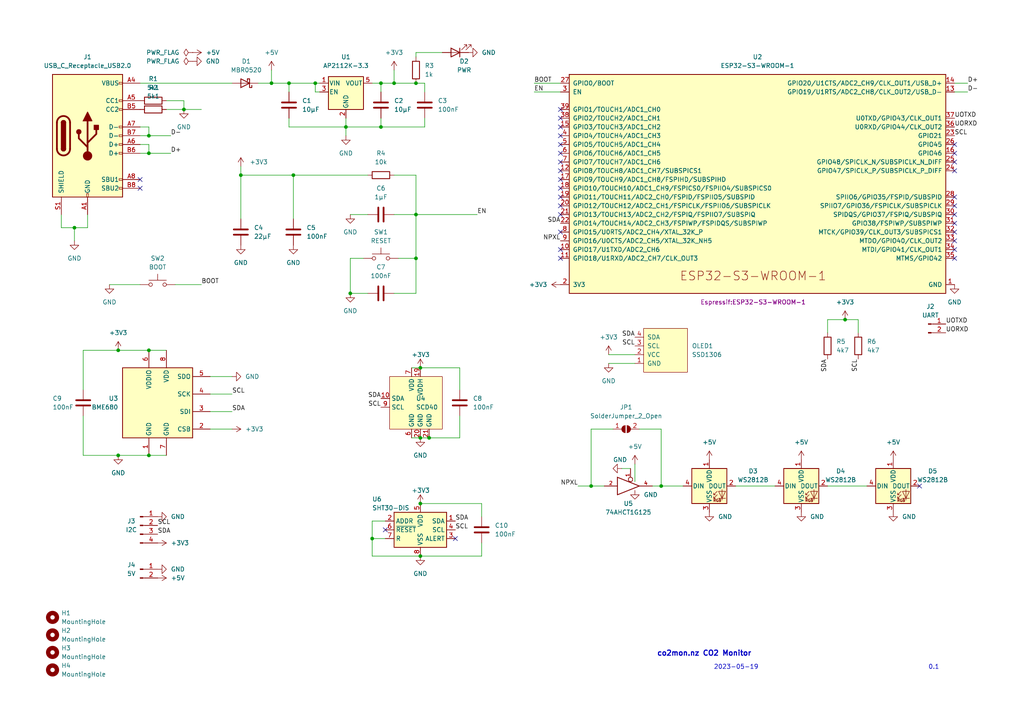
<source format=kicad_sch>
(kicad_sch (version 20211123) (generator eeschema)
  (paper "A4")
  (lib_symbols
    (symbol "74xGxx:74AHCT1G125" (pin_names (offset 1.016))
      (property "Reference" "U" (at -2.54 3.81 0))
      (property "Value" "74AHCT1G125" (at 0 -3.81 0))
      (symbol "74AHCT1G125_0_1"
        (polyline (pts (xy -3.81 2.54) (xy -3.81 -2.54) (xy 2.54 0) (xy -3.81 2.54)) (stroke (width 0.254)))
      )
      (symbol "74AHCT1G125_1_1"
        (pin input inverted (at 0 5.08 270) (length 3.81) (name "~") (number "1"))
        (pin input line (at -7.62 0 0) (length 3.81) (name "~") (number "2"))
        (pin power_in line (at 1.27 -1.27 270) (length 0) hide (name "GND") (number "3"))
        (pin tri_state line (at 6.35 0 180) (length 3.81) (name "~") (number "4"))
        (pin power_in line (at 1.27 1.27 90) (length 0) hide (name "VCC") (number "5"))
      )
    )
    (symbol "Connector:Conn_01x02_Male" (pin_names (offset 1.016) hide)
      (property "Reference" "J" (at 0 2.54 0))
      (property "Value" "Conn_01x02_Male" (at 0 -5.08 0))
      (symbol "Conn_01x02_Male_1_1"
        (polyline (pts (xy 1.27 -2.54) (xy 0.8636 -2.54)) (stroke (width 0.1524)))
        (polyline (pts (xy 1.27 0) (xy 0.8636 0)) (stroke (width 0.1524)))
        (rectangle (start 0.8636 -2.413) (end 0 -2.667) (stroke (width 0.1524)) (fill (type outline)))
        (rectangle (start 0.8636 0.127) (end 0 -0.127) (stroke (width 0.1524)) (fill (type outline)))
        (pin passive line (at 5.08 0 180) (length 3.81) (name "Pin_1") (number "1"))
        (pin passive line (at 5.08 -2.54 180) (length 3.81) (name "Pin_2") (number "2"))
      )
    )
    (symbol "Connector:Conn_01x04_Male" (pin_names (offset 1.016) hide)
      (property "Reference" "J" (at 0 5.08 0))
      (property "Value" "Conn_01x04_Male" (at 0 -7.62 0))
      (symbol "Conn_01x04_Male_1_1"
        (polyline (pts (xy 1.27 -5.08) (xy 0.8636 -5.08)) (stroke (width 0.1524)))
        (polyline (pts (xy 1.27 -2.54) (xy 0.8636 -2.54)) (stroke (width 0.1524)))
        (polyline (pts (xy 1.27 0) (xy 0.8636 0)) (stroke (width 0.1524)))
        (polyline (pts (xy 1.27 2.54) (xy 0.8636 2.54)) (stroke (width 0.1524)))
        (rectangle (start 0.8636 -4.953) (end 0 -5.207) (stroke (width 0.1524)) (fill (type outline)))
        (rectangle (start 0.8636 -2.413) (end 0 -2.667) (stroke (width 0.1524)) (fill (type outline)))
        (rectangle (start 0.8636 0.127) (end 0 -0.127) (stroke (width 0.1524)) (fill (type outline)))
        (rectangle (start 0.8636 2.667) (end 0 2.413) (stroke (width 0.1524)) (fill (type outline)))
        (pin passive line (at 5.08 2.54 180) (length 3.81) (name "Pin_1") (number "1"))
        (pin passive line (at 5.08 0 180) (length 3.81) (name "Pin_2") (number "2"))
        (pin passive line (at 5.08 -2.54 180) (length 3.81) (name "Pin_3") (number "3"))
        (pin passive line (at 5.08 -5.08 180) (length 3.81) (name "Pin_4") (number "4"))
      )
    )
    (symbol "Connector:USB_C_Receptacle_USB2.0" (pin_names (offset 1.016))
      (property "Reference" "J" (at -10.16 19.05 0))
      (property "Value" "USB_C_Receptacle_USB2.0" (at 19.05 19.05 0))
      (symbol "USB_C_Receptacle_USB2.0_0_0"
        (rectangle (start -0.254 -17.78) (end 0.254 -16.764))
        (rectangle (start 10.16 -14.986) (end 9.144 -15.494))
        (rectangle (start 10.16 -12.446) (end 9.144 -12.954))
        (rectangle (start 10.16 -4.826) (end 9.144 -5.334))
        (rectangle (start 10.16 -2.286) (end 9.144 -2.794))
        (rectangle (start 10.16 0.254) (end 9.144 -0.254))
        (rectangle (start 10.16 2.794) (end 9.144 2.286))
        (rectangle (start 10.16 7.874) (end 9.144 7.366))
        (rectangle (start 10.16 10.414) (end 9.144 9.906))
        (rectangle (start 10.16 15.494) (end 9.144 14.986))
      )
      (symbol "USB_C_Receptacle_USB2.0_0_1"
        (rectangle (start -10.16 17.78) (end 10.16 -17.78) (stroke (width 0.254)) (fill (type background)))
        (arc (start -8.89 -3.81) (mid -6.985 -5.715) (end -5.08 -3.81) (stroke (width 0.508)))
        (arc (start -7.62 -3.81) (mid -6.985 -4.445) (end -6.35 -3.81) (stroke (width 0.254)))
        (arc (start -7.62 -3.81) (mid -6.985 -4.445) (end -6.35 -3.81) (stroke (width 0.254)) (fill (type outline)))
        (rectangle (start -7.62 -3.81) (end -6.35 3.81) (stroke (width 0.254)) (fill (type outline)))
        (arc (start -6.35 3.81) (mid -6.985 4.445) (end -7.62 3.81) (stroke (width 0.254)))
        (arc (start -6.35 3.81) (mid -6.985 4.445) (end -7.62 3.81) (stroke (width 0.254)) (fill (type outline)))
        (arc (start -5.08 3.81) (mid -6.985 5.715) (end -8.89 3.81) (stroke (width 0.508)))
        (circle (center -2.54 1.143) (radius 0.635) (stroke (width 0.254)) (fill (type outline)))
        (circle (center 0 -5.842) (radius 1.27) (fill (type outline)))
        (polyline (pts (xy -8.89 -3.81) (xy -8.89 3.81)) (stroke (width 0.508)))
        (polyline (pts (xy -5.08 3.81) (xy -5.08 -3.81)) (stroke (width 0.508)))
        (polyline (pts (xy 0 -5.842) (xy 0 4.318)) (stroke (width 0.508)))
        (polyline (pts (xy 0 -3.302) (xy -2.54 -0.762) (xy -2.54 0.508)) (stroke (width 0.508)))
        (polyline (pts (xy 0 -2.032) (xy 2.54 0.508) (xy 2.54 1.778)) (stroke (width 0.508)))
        (polyline (pts (xy -1.27 4.318) (xy 0 6.858) (xy 1.27 4.318) (xy -1.27 4.318)) (stroke (width 0.254)) (fill (type outline)))
        (rectangle (start 1.905 1.778) (end 3.175 3.048) (stroke (width 0.254)) (fill (type outline)))
      )
      (symbol "USB_C_Receptacle_USB2.0_1_1"
        (pin passive line (at 0 -22.86 90) (length 5.08) (name "GND") (number "A1"))
        (pin passive line (at 0 -22.86 90) (length 5.08) hide (name "GND") (number "A12"))
        (pin passive line (at 15.24 15.24 180) (length 5.08) (name "VBUS") (number "A4"))
        (pin bidirectional line (at 15.24 10.16 180) (length 5.08) (name "CC1") (number "A5"))
        (pin bidirectional line (at 15.24 -2.54 180) (length 5.08) (name "D+") (number "A6"))
        (pin bidirectional line (at 15.24 2.54 180) (length 5.08) (name "D-") (number "A7"))
        (pin bidirectional line (at 15.24 -12.7 180) (length 5.08) (name "SBU1") (number "A8"))
        (pin passive line (at 15.24 15.24 180) (length 5.08) hide (name "VBUS") (number "A9"))
        (pin passive line (at 0 -22.86 90) (length 5.08) hide (name "GND") (number "B1"))
        (pin passive line (at 0 -22.86 90) (length 5.08) hide (name "GND") (number "B12"))
        (pin passive line (at 15.24 15.24 180) (length 5.08) hide (name "VBUS") (number "B4"))
        (pin bidirectional line (at 15.24 7.62 180) (length 5.08) (name "CC2") (number "B5"))
        (pin bidirectional line (at 15.24 -5.08 180) (length 5.08) (name "D+") (number "B6"))
        (pin bidirectional line (at 15.24 0 180) (length 5.08) (name "D-") (number "B7"))
        (pin bidirectional line (at 15.24 -15.24 180) (length 5.08) (name "SBU2") (number "B8"))
        (pin passive line (at 15.24 15.24 180) (length 5.08) hide (name "VBUS") (number "B9"))
        (pin passive line (at -7.62 -22.86 90) (length 5.08) (name "SHIELD") (number "S1"))
      )
    )
    (symbol "Device:C" (pin_numbers hide) (pin_names (offset 0.254))
      (property "Reference" "C" (at 0.635 2.54 0))
      (property "Value" "C" (at 0.635 -2.54 0))
      (symbol "C_0_1"
        (polyline (pts (xy -2.032 -0.762) (xy 2.032 -0.762)) (stroke (width 0.508)))
        (polyline (pts (xy -2.032 0.762) (xy 2.032 0.762)) (stroke (width 0.508)))
      )
      (symbol "C_1_1"
        (pin passive line (at 0 3.81 270) (length 2.794) (name "~") (number "1"))
        (pin passive line (at 0 -3.81 90) (length 2.794) (name "~") (number "2"))
      )
    )
    (symbol "Device:LED" (pin_numbers hide) (pin_names (offset 1.016) hide)
      (property "Reference" "D" (at 0 2.54 0))
      (property "Value" "LED" (at 0 -2.54 0))
      (symbol "LED_0_1"
        (polyline (pts (xy -1.27 -1.27) (xy -1.27 1.27)) (stroke (width 0.254)))
        (polyline (pts (xy -1.27 0) (xy 1.27 0)))
        (polyline (pts (xy 1.27 -1.27) (xy 1.27 1.27) (xy -1.27 0) (xy 1.27 -1.27)) (stroke (width 0.254)))
        (polyline (pts (xy -3.048 -0.762) (xy -4.572 -2.286) (xy -3.81 -2.286) (xy -4.572 -2.286) (xy -4.572 -1.524)))
        (polyline (pts (xy -1.778 -0.762) (xy -3.302 -2.286) (xy -2.54 -2.286) (xy -3.302 -2.286) (xy -3.302 -1.524)))
      )
      (symbol "LED_1_1"
        (pin passive line (at -3.81 0 0) (length 2.54) (name "K") (number "1"))
        (pin passive line (at 3.81 0 180) (length 2.54) (name "A") (number "2"))
      )
    )
    (symbol "Device:R" (pin_numbers hide) (pin_names (offset 0))
      (property "Reference" "R" (at 2.032 0 90))
      (property "Value" "R" (at 0 0 90))
      (symbol "R_0_1"
        (rectangle (start -1.016 -2.54) (end 1.016 2.54) (stroke (width 0.254)))
      )
      (symbol "R_1_1"
        (pin passive line (at 0 3.81 270) (length 1.27) (name "~") (number "1"))
        (pin passive line (at 0 -3.81 90) (length 1.27) (name "~") (number "2"))
      )
    )
    (symbol "Diode:MBR0520" (pin_numbers hide) (pin_names (offset 1.016) hide)
      (property "Reference" "D" (at 0 2.54 0))
      (property "Value" "MBR0520" (at 0 -2.54 0))
      (symbol "MBR0520_0_1"
        (polyline (pts (xy 1.27 0) (xy -1.27 0)))
        (polyline (pts (xy 1.27 1.27) (xy 1.27 -1.27) (xy -1.27 0) (xy 1.27 1.27)) (stroke (width 0.254)))
        (polyline (pts (xy -1.905 0.635) (xy -1.905 1.27) (xy -1.27 1.27) (xy -1.27 -1.27) (xy -0.635 -1.27) (xy -0.635 -0.635)) (stroke (width 0.254)))
      )
      (symbol "MBR0520_1_1"
        (pin passive line (at -3.81 0 0) (length 2.54) (name "K") (number "1"))
        (pin passive line (at 3.81 0 180) (length 2.54) (name "A") (number "2"))
      )
    )
    (symbol "Espressif:ESP32-S3-WROOM-1" (pin_names (offset 1.016))
      (property "Reference" "U" (at -53.34 38.1 0))
      (property "Value" "ESP32-S3-WROOM-1" (at -53.34 35.56 0))
      (symbol "ESP32-S3-WROOM-1_0_0"
        (rectangle (start -53.34 33.02) (end 55.88 -30.48) (stroke (width 0.254)) (fill (type background)))
        (text "ESP32-S3-WROOM-1" (at 0 -25.4 0) (effects (font (size 2.54 2.54))))
        (pin power_in line (at 58.42 -27.94 180) (length 2.54) (name "GND") (number "1"))
        (pin bidirectional line (at -55.88 -17.78 0) (length 2.54) (name "GPIO17/U1TXD/ADC2_CH6") (number "10"))
        (pin bidirectional line (at -55.88 -20.32 0) (length 2.54) (name "GPIO18/U1RXD/ADC2_CH7/CLK_OUT3") (number "11"))
        (pin bidirectional line (at -55.88 5.08 0) (length 2.54) (name "GPIO8/TOUCH8/ADC1_CH7/SUBSPICS1") (number "12"))
        (pin bidirectional line (at 58.42 27.94 180) (length 2.54) (name "GPIO19/U1RTS/ADC2_CH8/CLK_OUT2/USB_D-") (number "13"))
        (pin bidirectional line (at 58.42 30.48 180) (length 2.54) (name "GPIO20/U1CTS/ADC2_CH9/CLK_OUT1/USB_D+") (number "14"))
        (pin bidirectional line (at -55.88 17.78 0) (length 2.54) (name "GPIO3/TOUCH3/ADC1_CH2") (number "15"))
        (pin bidirectional line (at 58.42 10.16 180) (length 2.54) (name "GPIO46") (number "16"))
        (pin bidirectional line (at -55.88 2.54 0) (length 2.54) (name "GPIO9/TOUCH9/ADC1_CH8/FSPIHD/SUBSPIHD") (number "17"))
        (pin bidirectional line (at -55.88 0 0) (length 2.54) (name "GPIO10/TOUCH10/ADC1_CH9/FSPICS0/FSPIIO4/SUBSPICS0") (number "18"))
        (pin bidirectional line (at -55.88 -2.54 0) (length 2.54) (name "GPIO11/TOUCH11/ADC2_CH0/FSPID/FSPIIO5/SUBSPID") (number "19"))
        (pin power_in line (at -55.88 -27.94 0) (length 2.54) (name "3V3") (number "2"))
        (pin bidirectional line (at -55.88 -5.08 0) (length 2.54) (name "GPIO12/TOUCH12/ADC2_CH1/FSPICLK/FSPIIO6/SUBSPICLK") (number "20"))
        (pin bidirectional line (at -55.88 -7.62 0) (length 2.54) (name "GPIO13/TOUCH13/ADC2_CH2/FSPIQ/FSPIIO7/SUBSPIQ") (number "21"))
        (pin bidirectional line (at -55.88 -10.16 0) (length 2.54) (name "GPIO14/TOUCH14/ADC2_CH3/FSPIWP/FSPIDQS/SUBSPIWP") (number "22"))
        (pin bidirectional line (at 58.42 15.24 180) (length 2.54) (name "GPIO21") (number "23"))
        (pin bidirectional line (at 58.42 5.08 180) (length 2.54) (name "GPIO47/SPICLK_P/SUBSPICLK_P_DIFF") (number "24"))
        (pin bidirectional line (at 58.42 7.62 180) (length 2.54) (name "GPIO48/SPICLK_N/SUBSPICLK_N_DIFF") (number "25"))
        (pin bidirectional line (at 58.42 12.7 180) (length 2.54) (name "GPIO45") (number "26"))
        (pin bidirectional line (at -55.88 30.48 0) (length 2.54) (name "GPIO0/BOOT") (number "27"))
        (pin bidirectional line (at 58.42 -2.54 180) (length 2.54) (name "SPIIO6/GPIO35/FSPID/SUBSPID") (number "28"))
        (pin bidirectional line (at 58.42 -5.08 180) (length 2.54) (name "SPIIO7/GPIO36/FSPICLK/SUBSPICLK") (number "29"))
        (pin input line (at -55.88 27.94 0) (length 2.54) (name "EN") (number "3"))
        (pin bidirectional line (at 58.42 -7.62 180) (length 2.54) (name "SPIDQS/GPIO37/FSPIQ/SUBSPIQ") (number "30"))
        (pin bidirectional line (at 58.42 -10.16 180) (length 2.54) (name "GPIO38/FSPIWP/SUBSPIWP") (number "31"))
        (pin bidirectional line (at 58.42 -12.7 180) (length 2.54) (name "MTCK/GPIO39/CLK_OUT3/SUBSPICS1") (number "32"))
        (pin bidirectional line (at 58.42 -15.24 180) (length 2.54) (name "MTDO/GPIO40/CLK_OUT2") (number "33"))
        (pin bidirectional line (at 58.42 -17.78 180) (length 2.54) (name "MTDI/GPIO41/CLK_OUT1") (number "34"))
        (pin bidirectional line (at 58.42 -20.32 180) (length 2.54) (name "MTMS/GPIO42") (number "35"))
        (pin bidirectional line (at 58.42 17.78 180) (length 2.54) (name "U0RXD/GPIO44/CLK_OUT2") (number "36"))
        (pin bidirectional line (at 58.42 20.32 180) (length 2.54) (name "U0TXD/GPIO43/CLK_OUT1") (number "37"))
        (pin bidirectional line (at -55.88 20.32 0) (length 2.54) (name "GPIO2/TOUCH2/ADC1_CH1") (number "38"))
        (pin bidirectional line (at -55.88 22.86 0) (length 2.54) (name "GPIO1/TOUCH1/ADC1_CH0") (number "39"))
        (pin bidirectional line (at -55.88 15.24 0) (length 2.54) (name "GPIO4/TOUCH4/ADC1_CH3") (number "4"))
        (pin passive line (at 58.42 -27.94 180) (length 2.54) hide (name "GND") (number "40"))
        (pin passive line (at 58.42 -27.94 180) (length 2.54) hide (name "GND") (number "41"))
        (pin bidirectional line (at -55.88 12.7 0) (length 2.54) (name "GPIO5/TOUCH5/ADC1_CH4") (number "5"))
        (pin bidirectional line (at -55.88 10.16 0) (length 2.54) (name "GPIO6/TOUCH6/ADC1_CH5") (number "6"))
        (pin bidirectional line (at -55.88 7.62 0) (length 2.54) (name "GPIO7/TOUCH7/ADC1_CH6") (number "7"))
        (pin bidirectional line (at -55.88 -12.7 0) (length 2.54) (name "GPIO15/U0RTS/ADC2_CH4/XTAL_32K_P") (number "8"))
        (pin bidirectional line (at -55.88 -15.24 0) (length 2.54) (name "GPIO16/U0CTS/ADC2_CH5/XTAL_32K_NH5") (number "9"))
      )
    )
    (symbol "Jumper:SolderJumper_2_Open" (pin_names (offset 0) hide)
      (property "Reference" "JP" (at 0 2.032 0))
      (property "Value" "SolderJumper_2_Open" (at 0 -2.54 0))
      (symbol "SolderJumper_2_Open_0_1"
        (arc (start -0.254 1.016) (mid -1.27 0) (end -0.254 -1.016))
        (arc (start -0.254 1.016) (mid -1.27 0) (end -0.254 -1.016) (fill (type outline)))
        (polyline (pts (xy -0.254 1.016) (xy -0.254 -1.016)))
        (polyline (pts (xy 0.254 1.016) (xy 0.254 -1.016)))
        (arc (start 0.254 -1.016) (mid 1.27 0) (end 0.254 1.016))
        (arc (start 0.254 -1.016) (mid 1.27 0) (end 0.254 1.016) (fill (type outline)))
      )
      (symbol "SolderJumper_2_Open_1_1"
        (pin passive line (at -3.81 0 0) (length 2.54) (name "A") (number "1"))
        (pin passive line (at 3.81 0 180) (length 2.54) (name "B") (number "2"))
      )
    )
    (symbol "LED:WS2812B" (pin_names (offset 0.254))
      (property "Reference" "D" (at 5.08 5.715 0))
      (property "Value" "WS2812B" (at 1.27 -5.715 0))
      (symbol "WS2812B_0_0"
        (text "RGB" (at 2.286 -4.191 0) (effects (font (size 0.762 0.762))))
      )
      (symbol "WS2812B_0_1"
        (polyline (pts (xy 1.27 -3.556) (xy 1.778 -3.556)))
        (polyline (pts (xy 1.27 -2.54) (xy 1.778 -2.54)))
        (polyline (pts (xy 4.699 -3.556) (xy 2.667 -3.556)))
        (polyline (pts (xy 2.286 -2.54) (xy 1.27 -3.556) (xy 1.27 -3.048)))
        (polyline (pts (xy 2.286 -1.524) (xy 1.27 -2.54) (xy 1.27 -2.032)))
        (polyline (pts (xy 3.683 -1.016) (xy 3.683 -3.556) (xy 3.683 -4.064)))
        (polyline (pts (xy 4.699 -1.524) (xy 2.667 -1.524) (xy 3.683 -3.556) (xy 4.699 -1.524)))
        (rectangle (start 5.08 5.08) (end -5.08 -5.08) (stroke (width 0.254)) (fill (type background)))
      )
      (symbol "WS2812B_1_1"
        (pin power_in line (at 0 7.62 270) (length 2.54) (name "VDD") (number "1"))
        (pin output line (at 7.62 0 180) (length 2.54) (name "DOUT") (number "2"))
        (pin power_in line (at 0 -7.62 90) (length 2.54) (name "VSS") (number "3"))
        (pin input line (at -7.62 0 0) (length 2.54) (name "DIN") (number "4"))
      )
    )
    (symbol "Mechanical:MountingHole" (pin_names (offset 1.016))
      (property "Reference" "H" (at 0 5.08 0))
      (property "Value" "MountingHole" (at 0 3.175 0))
      (symbol "MountingHole_0_1"
        (circle (center 0 0) (radius 1.27) (stroke (width 1.27)))
      )
    )
    (symbol "Regulator_Linear:AP2112K-3.3" (pin_names (offset 0.254))
      (property "Reference" "U" (at -5.08 5.715 0))
      (property "Value" "AP2112K-3.3" (at 0 5.715 0))
      (symbol "AP2112K-3.3_0_1"
        (rectangle (start -5.08 4.445) (end 5.08 -5.08) (stroke (width 0.254)) (fill (type background)))
      )
      (symbol "AP2112K-3.3_1_1"
        (pin power_in line (at -7.62 2.54 0) (length 2.54) (name "VIN") (number "1"))
        (pin power_in line (at 0 -7.62 90) (length 2.54) (name "GND") (number "2"))
        (pin input line (at -7.62 0 0) (length 2.54) (name "EN") (number "3"))
        (pin no_connect line (at 5.08 0 180) (length 2.54) hide (name "NC") (number "4"))
        (pin power_out line (at 7.62 2.54 180) (length 2.54) (name "VOUT") (number "5"))
      )
    )
    (symbol "SCD:SCD40"
      (property "Reference" "U" (at 0 1.27 0))
      (property "Value" "SCD40" (at 0 -1.27 0))
      (symbol "SCD40_0_1"
        (polyline (pts (xy -7.62 7.62) (xy 7.62 7.62) (xy 7.62 -7.62) (xy -7.62 -7.62) (xy -7.62 7.62)) (fill (type background)))
      )
      (symbol "SCD40_1_1"
        (pin bidirectional line (at -10.16 1.27 0) (length 2.54) (name "SDA") (number "10"))
        (pin power_in line (at 1.27 10.16 270) (length 2.54) (name "VDDH") (number "19"))
        (pin power_in line (at 1.27 -10.16 90) (length 2.54) (name "GND") (number "20"))
        (pin power_in line (at 3.81 -10.16 90) (length 2.54) (name "GND") (number "21"))
        (pin power_in line (at -1.27 -10.16 90) (length 2.54) (name "GND") (number "6"))
        (pin power_in line (at -1.27 10.16 270) (length 2.54) (name "VDD") (number "7"))
        (pin input line (at -10.16 -1.27 0) (length 2.54) (name "SCL") (number "9"))
      )
    )
    (symbol "SSD1306:SSD1306" (pin_names (offset 1.016))
      (property "Reference" "Brd" (at 0 -3.81 0))
      (property "Value" "SSD1306" (at 0 -1.27 0))
      (symbol "SSD1306_0_1"
        (rectangle (start -6.35 6.35) (end 6.35 -6.35) (fill (type background)))
      )
      (symbol "SSD1306_1_1"
        (pin input line (at -3.81 8.89 270) (length 2.54) (name "GND") (number "1"))
        (pin input line (at -1.27 8.89 270) (length 2.54) (name "VCC") (number "2"))
        (pin input line (at 1.27 8.89 270) (length 2.54) (name "SCL") (number "3"))
        (pin input line (at 3.81 8.89 270) (length 2.54) (name "SDA") (number "4"))
      )
    )
    (symbol "Sensor:BME680"
      (property "Reference" "U" (at -8.89 11.43 0))
      (property "Value" "BME680" (at 7.62 11.43 0))
      (symbol "BME680_0_1"
        (rectangle (start -10.16 10.16) (end 10.16 -10.16) (stroke (width 0.254)) (fill (type background)))
      )
      (symbol "BME680_1_1"
        (pin power_in line (at -2.54 -15.24 90) (length 5.08) (name "GND") (number "1"))
        (pin input line (at 15.24 -7.62 180) (length 5.08) (name "CSB") (number "2"))
        (pin bidirectional line (at 15.24 -2.54 180) (length 5.08) (name "SDI") (number "3"))
        (pin input line (at 15.24 2.54 180) (length 5.08) (name "SCK") (number "4"))
        (pin bidirectional line (at 15.24 7.62 180) (length 5.08) (name "SDO") (number "5"))
        (pin power_in line (at -2.54 15.24 270) (length 5.08) (name "VDDIO") (number "6"))
        (pin power_in line (at 2.54 -15.24 90) (length 5.08) (name "GND") (number "7"))
        (pin power_in line (at 2.54 15.24 270) (length 5.08) (name "VDD") (number "8"))
      )
    )
    (symbol "Sensor_Humidity:SHT30-DIS"
      (property "Reference" "U" (at -6.35 6.35 0))
      (property "Value" "SHT30-DIS" (at 6.35 6.35 0))
      (symbol "SHT30-DIS_0_1"
        (rectangle (start -7.62 5.08) (end 7.62 -5.08) (stroke (width 0.254)) (fill (type background)))
      )
      (symbol "SHT30-DIS_1_1"
        (pin bidirectional line (at 10.16 2.54 180) (length 2.54) (name "SDA") (number "1"))
        (pin input line (at -10.16 2.54 0) (length 2.54) (name "ADDR") (number "2"))
        (pin output line (at 10.16 -2.54 180) (length 2.54) (name "ALERT") (number "3"))
        (pin input line (at 10.16 0 180) (length 2.54) (name "SCL") (number "4"))
        (pin power_in line (at 0 7.62 270) (length 2.54) (name "VDD") (number "5"))
        (pin input line (at -10.16 0 0) (length 2.54) (name "~{RESET}") (number "6"))
        (pin passive line (at -10.16 -2.54 0) (length 2.54) (name "R") (number "7"))
        (pin power_in line (at 0 -7.62 90) (length 2.54) (name "VSS") (number "8"))
        (pin passive line (at 0 -7.62 90) (length 2.54) hide (name "VSS") (number "9"))
      )
    )
    (symbol "Switch:SW_Push" (pin_numbers hide) (pin_names (offset 1.016) hide)
      (property "Reference" "SW" (at 1.27 2.54 0))
      (property "Value" "SW_Push" (at 0 -1.524 0))
      (symbol "SW_Push_0_1"
        (circle (center -2.032 0) (radius 0.508))
        (polyline (pts (xy 0 1.27) (xy 0 3.048)))
        (polyline (pts (xy 2.54 1.27) (xy -2.54 1.27)))
        (circle (center 2.032 0) (radius 0.508))
        (pin passive line (at -5.08 0 0) (length 2.54) (name "1") (number "1"))
        (pin passive line (at 5.08 0 180) (length 2.54) (name "2") (number "2"))
      )
    )
    (symbol "power:+3.3V" (power) (pin_names (offset 0))
      (property "Value" "+3.3V" (at 0 3.556 0))
      (symbol "+3.3V_0_1"
        (polyline (pts (xy -0.762 1.27) (xy 0 2.54)))
        (polyline (pts (xy 0 0) (xy 0 2.54)))
        (polyline (pts (xy 0 2.54) (xy 0.762 1.27)))
      )
      (symbol "+3.3V_1_1"
        (pin power_in line (at 0 0 90) (length 0) hide (name "+3V3") (number "1"))
      )
    )
    (symbol "power:+3V3" (power) (pin_names (offset 0))
      (property "Value" "+3V3" (at 0 3.556 0))
      (symbol "+3V3_0_1"
        (polyline (pts (xy -0.762 1.27) (xy 0 2.54)))
        (polyline (pts (xy 0 0) (xy 0 2.54)))
        (polyline (pts (xy 0 2.54) (xy 0.762 1.27)))
      )
      (symbol "+3V3_1_1"
        (pin power_in line (at 0 0 90) (length 0) hide (name "+3V3") (number "1"))
      )
    )
    (symbol "power:+5V" (power) (pin_names (offset 0))
      (property "Value" "+5V" (at 0 3.556 0))
      (symbol "+5V_0_1"
        (polyline (pts (xy -0.762 1.27) (xy 0 2.54)))
        (polyline (pts (xy 0 0) (xy 0 2.54)))
        (polyline (pts (xy 0 2.54) (xy 0.762 1.27)))
      )
      (symbol "+5V_1_1"
        (pin power_in line (at 0 0 90) (length 0) hide (name "+5V") (number "1"))
      )
    )
    (symbol "power:GND" (power) (pin_names (offset 0))
      (property "Value" "GND" (at 0 -3.81 0))
      (symbol "GND_0_1"
        (polyline (pts (xy 0 0) (xy 0 -1.27) (xy 1.27 -1.27) (xy 0 -2.54) (xy -1.27 -1.27) (xy 0 -1.27)))
      )
      (symbol "GND_1_1"
        (pin power_in line (at 0 0 270) (length 0) hide (name "GND") (number "1"))
      )
    )
    (symbol "power:PWR_FLAG" (power) (pin_numbers hide) (pin_names (offset 0) hide)
      (property "Value" "PWR_FLAG" (at 0 3.81 0))
      (symbol "PWR_FLAG_0_0"
        (pin power_out line (at 0 0 90) (length 0) (name "pwr") (number "1"))
      )
      (symbol "PWR_FLAG_0_1"
        (polyline (pts (xy 0 0) (xy 0 1.27) (xy -1.016 1.905) (xy 0 2.54) (xy 1.016 1.905) (xy 0 1.27)))
      )
    )
  )
  (junction (at 83.82 24.13))
  (junction (at 91.44 24.13))
  (junction (at 53.34 31.75))
  (junction (at 21.59 66.04))
  (junction (at 120.65 74.93))
  (junction (at 124.46 127))
  (junction (at 121.92 127))
  (junction (at 171.45 140.97))
  (junction (at 34.29 132.08))
  (junction (at 43.18 39.37))
  (junction (at 43.18 132.08))
  (junction (at 43.18 44.45))
  (junction (at 100.33 36.83))
  (junction (at 121.92 106.68))
  (junction (at 121.92 146.05))
  (junction (at 34.29 101.6))
  (junction (at 245.11 92.71))
  (junction (at 110.49 36.83))
  (junction (at 101.6 85.09))
  (junction (at 107.95 156.21))
  (junction (at 191.77 140.97))
  (junction (at 43.18 101.6))
  (junction (at 78.74 24.13))
  (junction (at 120.65 62.23))
  (junction (at 120.65 24.13))
  (junction (at 121.92 161.29))
  (junction (at 110.49 24.13))
  (junction (at 114.3 24.13))
  (junction (at 85.09 50.8))
  (junction (at 69.85 50.8))
  (no_connect (at 276.86 59.69))
  (no_connect (at 162.56 67.31))
  (no_connect (at 162.56 44.45))
  (no_connect (at 162.56 52.07))
  (no_connect (at 162.56 62.23))
  (no_connect (at 162.56 41.91))
  (no_connect (at 276.86 72.39))
  (no_connect (at 276.86 41.91))
  (no_connect (at 40.64 52.07))
  (no_connect (at 276.86 74.93))
  (no_connect (at 162.56 34.29))
  (no_connect (at 276.86 69.85))
  (no_connect (at 111.76 153.67))
  (no_connect (at 276.86 44.45))
  (no_connect (at 276.86 49.53))
  (no_connect (at 162.56 36.83))
  (no_connect (at 132.08 156.21))
  (no_connect (at 276.86 46.99))
  (no_connect (at 162.56 74.93))
  (no_connect (at 162.56 39.37))
  (no_connect (at 162.56 57.15))
  (no_connect (at 276.86 62.23))
  (no_connect (at 276.86 64.77))
  (no_connect (at 276.86 67.31))
  (no_connect (at 162.56 59.69))
  (no_connect (at 276.86 57.15))
  (no_connect (at 162.56 31.75))
  (no_connect (at 162.56 49.53))
  (no_connect (at 162.56 72.39))
  (no_connect (at 162.56 54.61))
  (no_connect (at 266.7 140.97))
  (no_connect (at 40.64 54.61))
  (no_connect (at 162.56 46.99))
  (wire (pts (xy 176.53 102.87) (xy 184.15 102.87)))
  (wire (pts (xy 115.57 74.93) (xy 120.65 74.93)))
  (wire (pts (xy 100.33 36.83) (xy 100.33 39.37)))
  (wire (pts (xy 114.3 20.32) (xy 114.3 24.13)))
  (wire (pts (xy 24.13 132.08) (xy 34.29 132.08)))
  (wire (pts (xy 60.96 109.22) (xy 67.31 109.22)))
  (wire (pts (xy 60.96 119.38) (xy 67.31 119.38)))
  (wire (pts (xy 40.64 41.91) (xy 43.18 41.91)))
  (wire (pts (xy 48.26 31.75) (xy 53.34 31.75)))
  (wire (pts (xy 91.44 26.67) (xy 91.44 24.13)))
  (wire (pts (xy 21.59 66.04) (xy 25.4 66.04)))
  (wire (pts (xy 48.26 29.21) (xy 53.34 29.21)))
  (wire (pts (xy 43.18 101.6) (xy 48.26 101.6)))
  (wire (pts (xy 185.42 124.46) (xy 191.77 124.46)))
  (wire (pts (xy 128.27 15.24) (xy 120.65 15.24)))
  (wire (pts (xy 139.7 161.29) (xy 121.92 161.29)))
  (wire (pts (xy 276.86 24.13) (xy 280.67 24.13)))
  (wire (pts (xy 31.75 82.55) (xy 40.64 82.55)))
  (wire (pts (xy 171.45 124.46) (xy 171.45 140.97)))
  (wire (pts (xy 139.7 146.05) (xy 121.92 146.05)))
  (wire (pts (xy 119.38 127) (xy 121.92 127)))
  (wire (pts (xy 24.13 120.65) (xy 24.13 132.08)))
  (wire (pts (xy 184.15 134.62) (xy 184.15 139.7)))
  (wire (pts (xy 110.49 24.13) (xy 107.95 24.13)))
  (wire (pts (xy 114.3 62.23) (xy 120.65 62.23)))
  (wire (pts (xy 189.23 140.97) (xy 191.77 140.97)))
  (wire (pts (xy 17.78 66.04) (xy 21.59 66.04)))
  (wire (pts (xy 133.35 113.03) (xy 133.35 106.68)))
  (wire (pts (xy 17.78 62.23) (xy 17.78 66.04)))
  (wire (pts (xy 25.4 66.04) (xy 25.4 62.23)))
  (wire (pts (xy 191.77 140.97) (xy 198.12 140.97)))
  (wire (pts (xy 78.74 20.32) (xy 78.74 24.13)))
  (wire (pts (xy 154.94 26.67) (xy 162.56 26.67)))
  (wire (pts (xy 60.96 124.46) (xy 67.31 124.46)))
  (wire (pts (xy 53.34 31.75) (xy 58.42 31.75)))
  (wire (pts (xy 106.68 50.8) (xy 85.09 50.8)))
  (wire (pts (xy 74.93 24.13) (xy 78.74 24.13)))
  (wire (pts (xy 120.65 74.93) (xy 120.65 62.23)))
  (wire (pts (xy 101.6 74.93) (xy 101.6 85.09)))
  (wire (pts (xy 107.95 156.21) (xy 111.76 156.21)))
  (wire (pts (xy 276.86 26.67) (xy 280.67 26.67)))
  (wire (pts (xy 107.95 161.29) (xy 121.92 161.29)))
  (wire (pts (xy 100.33 36.83) (xy 110.49 36.83)))
  (wire (pts (xy 180.34 135.89) (xy 182.88 135.89)))
  (wire (pts (xy 123.19 26.67) (xy 123.19 24.13)))
  (wire (pts (xy 114.3 24.13) (xy 110.49 24.13)))
  (wire (pts (xy 24.13 113.03) (xy 24.13 101.6)))
  (wire (pts (xy 43.18 132.08) (xy 48.26 132.08)))
  (wire (pts (xy 123.19 36.83) (xy 123.19 34.29)))
  (wire (pts (xy 69.85 50.8) (xy 69.85 63.5)))
  (wire (pts (xy 114.3 85.09) (xy 120.65 85.09)))
  (wire (pts (xy 83.82 34.29) (xy 83.82 36.83)))
  (wire (pts (xy 120.65 85.09) (xy 120.65 74.93)))
  (wire (pts (xy 133.35 120.65) (xy 133.35 127)))
  (wire (pts (xy 40.64 24.13) (xy 67.31 24.13)))
  (wire (pts (xy 40.64 39.37) (xy 43.18 39.37)))
  (wire (pts (xy 69.85 50.8) (xy 69.85 48.26)))
  (wire (pts (xy 101.6 85.09) (xy 106.68 85.09)))
  (wire (pts (xy 40.64 44.45) (xy 43.18 44.45)))
  (wire (pts (xy 83.82 36.83) (xy 100.33 36.83)))
  (wire (pts (xy 119.38 106.68) (xy 121.92 106.68)))
  (wire (pts (xy 24.13 101.6) (xy 34.29 101.6)))
  (wire (pts (xy 83.82 24.13) (xy 83.82 26.67)))
  (wire (pts (xy 43.18 44.45) (xy 49.53 44.45)))
  (wire (pts (xy 120.65 50.8) (xy 120.65 62.23)))
  (wire (pts (xy 85.09 50.8) (xy 69.85 50.8)))
  (wire (pts (xy 91.44 24.13) (xy 92.71 24.13)))
  (wire (pts (xy 110.49 24.13) (xy 110.49 26.67)))
  (wire (pts (xy 53.34 29.21) (xy 53.34 31.75)))
  (wire (pts (xy 100.33 34.29) (xy 100.33 36.83)))
  (wire (pts (xy 240.03 140.97) (xy 251.46 140.97)))
  (wire (pts (xy 43.18 39.37) (xy 49.53 39.37)))
  (wire (pts (xy 120.65 15.24) (xy 120.65 16.51)))
  (wire (pts (xy 105.41 74.93) (xy 101.6 74.93)))
  (wire (pts (xy 167.64 140.97) (xy 171.45 140.97)))
  (wire (pts (xy 101.6 62.23) (xy 106.68 62.23)))
  (wire (pts (xy 139.7 149.86) (xy 139.7 146.05)))
  (wire (pts (xy 240.03 96.52) (xy 240.03 92.71)))
  (wire (pts (xy 107.95 151.13) (xy 107.95 156.21)))
  (wire (pts (xy 50.8 82.55) (xy 58.42 82.55)))
  (wire (pts (xy 176.53 105.41) (xy 184.15 105.41)))
  (wire (pts (xy 154.94 24.13) (xy 162.56 24.13)))
  (wire (pts (xy 133.35 127) (xy 124.46 127)))
  (wire (pts (xy 240.03 92.71) (xy 245.11 92.71)))
  (wire (pts (xy 120.65 62.23) (xy 138.43 62.23)))
  (wire (pts (xy 43.18 36.83) (xy 43.18 39.37)))
  (wire (pts (xy 121.92 127) (xy 124.46 127)))
  (wire (pts (xy 213.36 140.97) (xy 224.79 140.97)))
  (wire (pts (xy 78.74 24.13) (xy 83.82 24.13)))
  (wire (pts (xy 171.45 140.97) (xy 175.26 140.97)))
  (wire (pts (xy 60.96 114.3) (xy 67.31 114.3)))
  (wire (pts (xy 110.49 36.83) (xy 123.19 36.83)))
  (wire (pts (xy 111.76 151.13) (xy 107.95 151.13)))
  (wire (pts (xy 248.92 96.52) (xy 248.92 92.71)))
  (wire (pts (xy 40.64 36.83) (xy 43.18 36.83)))
  (wire (pts (xy 92.71 26.67) (xy 91.44 26.67)))
  (wire (pts (xy 191.77 124.46) (xy 191.77 140.97)))
  (wire (pts (xy 133.35 106.68) (xy 121.92 106.68)))
  (wire (pts (xy 43.18 41.91) (xy 43.18 44.45)))
  (wire (pts (xy 34.29 132.08) (xy 43.18 132.08)))
  (wire (pts (xy 123.19 24.13) (xy 120.65 24.13)))
  (wire (pts (xy 114.3 50.8) (xy 120.65 50.8)))
  (wire (pts (xy 171.45 124.46) (xy 177.8 124.46)))
  (wire (pts (xy 83.82 24.13) (xy 91.44 24.13)))
  (wire (pts (xy 110.49 34.29) (xy 110.49 36.83)))
  (wire (pts (xy 85.09 50.8) (xy 85.09 63.5)))
  (wire (pts (xy 21.59 66.04) (xy 21.59 69.85)))
  (wire (pts (xy 139.7 157.48) (xy 139.7 161.29)))
  (wire (pts (xy 107.95 156.21) (xy 107.95 161.29)))
  (wire (pts (xy 34.29 101.6) (xy 43.18 101.6)))
  (wire (pts (xy 120.65 24.13) (xy 114.3 24.13)))
  (wire (pts (xy 248.92 92.71) (xy 245.11 92.71)))
  (text "co2mon.nz CO2 Monitor" (at 190.5 190.5 0) (effects (font (size 1.5 1.5) (thickness 0.3) bold) (justify left bottom)))
  (text "0.1" (at 269.24 194.31 0) (effects (font (size 1.27 1.27)) (justify left bottom)))
  (text "2023-05-19" (at 207.01 194.31 0) (effects (font (size 1.27 1.27)) (justify left bottom)))
  (label "BOOT" (at 58.42 82.55 0))
  (label "SCL" (at 110.49 118.11 180))
  (label "SDA" (at 162.56 64.77 180))
  (label "SDA" (at 110.49 115.57 180))
  (label "EN" (at 154.94 26.67 0))
  (label "SDA" (at 132.08 151.13 0))
  (label "UORXD" (at 274.32 96.52 0))
  (label "NPXL" (at 167.64 140.97 180))
  (label "UORXD" (at 276.86 36.83 0))
  (label "SDA" (at 45.72 154.94 0))
  (label "EN" (at 138.43 62.23 0))
  (label "NPXL" (at 162.56 69.85 180))
  (label "BOOT" (at 154.94 24.13 0))
  (label "SCL" (at 276.86 39.37 0))
  (label "SCL" (at 248.92 104.14 270))
  (label "UOTXD" (at 276.86 34.29 0))
  (label "SDA" (at 240.03 104.14 270))
  (label "D+" (at 49.53 44.45 0))
  (label "D-" (at 49.53 39.37 0))
  (label "SDA" (at 67.31 119.38 0))
  (label "SCL" (at 67.31 114.3 0))
  (label "SCL" (at 45.72 152.4 0))
  (label "SDA" (at 184.15 97.79 180))
  (label "D+" (at 280.67 24.13 0))
  (label "SCL" (at 132.08 153.67 0))
  (label "UOTXD" (at 274.32 93.98 0))
  (label "D-" (at 280.67 26.67 0))
  (label "SCL" (at 184.15 100.33 180))
  (symbol (lib_id "power:GND") (at 21.59 69.85 0) (unit 1)
    (property "Reference" "#PWR01" (effects hide))
    (property "Value" "GND" (at 21.59 74.93 0))
  )
  (symbol (lib_id "power:GND") (at 100.33 39.37 0) (unit 1)
    (property "Reference" "#PWR07" (effects hide))
    (property "Value" "GND" (at 100.33 44.45 0))
  )
  (symbol (lib_id "power:GND") (at 31.75 82.55 0) (unit 1)
    (property "Reference" "#PWR02" (effects hide))
    (property "Value" "GND" (at 31.75 87.63 0))
  )
  (symbol (lib_id "power:GND") (at 135.89 15.24 90) (unit 1)
    (property "Reference" "#PWR011" (effects hide))
    (property "Value" "GND" (at 139.7 15.2399 90) (effects (justify right)))
  )
  (symbol (lib_id "power:GND") (at 184.15 142.24 0) (unit 1)
    (property "Reference" "#PWR0119" (effects hide))
    (property "Value" "GND" (at 186.69 143.5099 0) (effects (justify left)))
  )
  (symbol (lib_id "power:GND") (at 85.09 71.12 0) (unit 1)
    (property "Reference" "#PWR06" (effects hide))
    (property "Value" "GND" (at 85.09 76.2 0))
  )
  (symbol (lib_id "power:+5V") (at 78.74 20.32 0) (unit 1)
    (property "Reference" "#PWR05" (effects hide))
    (property "Value" "+5V" (at 78.74 15.24 0))
  )
  (symbol (lib_id "power:GND") (at 101.6 62.23 0) (unit 1)
    (property "Reference" "#PWR08" (effects hide))
    (property "Value" "GND" (at 101.6 67.31 0))
  )
  (symbol (lib_id "Device:C") (at 133.35 116.84 180) (unit 1)
    (property "Reference" "C8" (at 137.16 115.57 0) (effects (justify right)))
    (property "Value" "100nF" (at 137.16 118.11 0) (effects (justify right)))
    (property "Footprint" "Capacitor_SMD:C_0805_2012Metric" (effects hide))
  )
  (symbol (lib_id "power:+5V") (at 205.74 133.35 0) (unit 1)
    (property "Reference" "#PWR0111" (effects hide))
    (property "Value" "+5V" (at 205.74 128.27 0))
  )
  (symbol (lib_id "power:GND") (at 121.92 161.29 0) (unit 1)
    (property "Reference" "#PWR015" (effects hide))
    (property "Value" "GND" (at 121.92 166.37 0))
  )
  (symbol (lib_id "Device:C") (at 110.49 85.09 90) (unit 1)
    (property "Reference" "C7" (at 110.49 77.47 90))
    (property "Value" "100nF" (at 110.49 80.01 90))
    (property "Footprint" "Capacitor_SMD:C_0805_2012Metric" (effects hide))
  )
  (symbol (lib_id "Connector:Conn_01x04_Male") (at 40.64 152.4 0) (unit 1)
    (property "Reference" "J3" (at 38.1 151.13 0))
    (property "Value" "I2C" (at 38.1 153.67 0))
    (property "Footprint" "Connector_PinHeader_2.00mm:PinHeader_1x04_P2.00mm_Vertical" (effects hide))
  )
  (symbol (lib_id "Mechanical:MountingHole") (at 15.24 189.23 0) (unit 1)
    (property "Reference" "H3" (at 17.78 187.9599 0) (effects (justify left)))
    (property "Value" "MountingHole" (at 17.78 190.4999 0) (effects (justify left)))
    (property "Footprint" "MountingHole:MountingHole_3.5mm" (effects hide))
  )
  (symbol (lib_id "power:GND") (at 276.86 82.55 0) (unit 1)
    (property "Reference" "#PWR013" (effects hide))
    (property "Value" "GND" (at 276.86 87.63 0))
  )
  (symbol (lib_id "Switch:SW_Push") (at 45.72 82.55 0) (unit 1)
    (property "Reference" "SW2" (at 45.72 74.93 0))
    (property "Value" "BOOT" (at 45.72 77.47 0))
    (property "Footprint" "Button_Switch_THT:SW_Tactile_SPST_Angled_PTS645Vx83-2LFS" (effects hide))
  )
  (symbol (lib_id "Sensor:BME680") (at 45.72 116.84 0) (unit 1)
    (property "Reference" "U3" (at 34.29 115.5699 0) (effects (justify right)))
    (property "Value" "BME680" (at 34.29 118.1099 0) (effects (justify right)))
    (property "Footprint" "Package_LGA:Bosch_LGA-8_3x3mm_P0.8mm_ClockwisePinNumbering" (effects hide))
    (property "Datasheet" "https://ae-bst.resource.bosch.com/media/_tech/media/datasheets/BST-BME680-DS001.pdf" (effects hide))
  )
  (symbol (lib_id "power:GND") (at 121.92 127 0) (unit 1)
    (property "Reference" "#PWR0118" (effects hide))
    (property "Value" "GND" (at 121.92 132.08 0))
  )
  (symbol (lib_id "power:GND") (at 45.72 165.1 90) (unit 1)
    (property "Reference" "#PWR0120" (effects hide))
    (property "Value" "GND" (at 49.53 165.0999 90) (effects (justify right)))
  )
  (symbol (lib_id "power:+3V3") (at 162.56 82.55 90) (unit 1)
    (property "Reference" "#PWR012" (effects hide))
    (property "Value" "+3V3" (at 158.75 82.5499 90) (effects (justify left)))
  )
  (symbol (lib_id "SCD:SCD40") (at 120.65 116.84 0) (unit 1)
    (property "Reference" "U4" (at 120.65 115.57 0) (effects (justify left)))
    (property "Value" "SCD40" (at 120.65 118.11 0) (effects (justify left)))
    (property "Footprint" "scd:SCD40-D-R1" (effects hide))
  )
  (symbol (lib_id "power:+5V") (at 232.41 133.35 0) (unit 1)
    (property "Reference" "#PWR0112" (effects hide))
    (property "Value" "+5V" (at 232.41 128.27 0))
  )
  (symbol (lib_id "Jumper:SolderJumper_2_Open") (at 181.61 124.46 0) (unit 1)
    (property "Reference" "JP1" (at 181.61 118.11 0))
    (property "Value" "SolderJumper_2_Open" (at 181.61 120.65 0))
    (property "Footprint" "Jumper:SolderJumper-2_P1.3mm_Open_TrianglePad1.0x1.5mm" (effects hide))
  )
  (symbol (lib_id "power:PWR_FLAG") (at 55.88 15.24 90) (unit 1)
    (property "Reference" "#FLG0101" (effects hide))
    (property "Value" "PWR_FLAG" (at 52.07 15.2399 90) (effects (justify left)))
  )
  (symbol (lib_id "power:+5V") (at 45.72 167.64 270) (unit 1)
    (property "Reference" "#PWR0121" (effects hide))
    (property "Value" "+5V" (at 49.53 167.6399 90) (effects (justify left)))
  )
  (symbol (lib_id "Switch:SW_Push") (at 110.49 74.93 0) (unit 1)
    (property "Reference" "SW1" (at 110.49 67.31 0))
    (property "Value" "RESET" (at 110.49 69.85 0))
    (property "Footprint" "Local:SW_Push_1P1T_NO_CK_KMR2" (effects hide))
  )
  (symbol (lib_id "power:GND") (at 259.08 148.59 0) (unit 1)
    (property "Reference" "#PWR017" (effects hide))
    (property "Value" "GND" (at 261.62 149.8599 0) (effects (justify left)))
  )
  (symbol (lib_id "power:GND") (at 232.41 148.59 0) (unit 1)
    (property "Reference" "#PWR0117" (effects hide))
    (property "Value" "GND" (at 234.95 149.8599 0) (effects (justify left)))
  )
  (symbol (lib_id "74xGxx:74AHCT1G125") (at 182.88 140.97 0) (unit 1)
    (property "Reference" "U5" (at 182.245 146.05 0))
    (property "Value" "74AHCT1G125" (at 182.245 148.59 0))
    (property "Footprint" "Package_TO_SOT_SMD:SOT-23-5" (effects hide))
    (property "Datasheet" "http://www.ti.com/lit/sg/scyt129e/scyt129e.pdf" (effects hide))
  )
  (symbol (lib_id "Device:C") (at 24.13 116.84 180) (unit 1)
    (property "Reference" "C9" (at 15.24 115.57 0) (effects (justify right)))
    (property "Value" "100nF" (at 15.24 118.11 0) (effects (justify right)))
    (property "Footprint" "Capacitor_SMD:C_0805_2012Metric" (effects hide))
  )
  (symbol (lib_id "power:+3.3V") (at 34.29 101.6 0) (unit 1)
    (property "Reference" "#PWR0105" (effects hide))
    (property "Value" "+3.3V" (at 34.29 96.52 0))
  )
  (symbol (lib_id "Sensor_Humidity:SHT30-DIS") (at 121.92 153.67 0) (unit 1)
    (property "Reference" "U6" (at 107.95 144.78 0) (effects (justify left)))
    (property "Value" "SHT30-DIS" (at 107.95 147.32 0) (effects (justify left)))
    (property "Footprint" "Local:SHT30_DFN-8-1EP_2.5x2.5mm_P0.5mm_EP1.1x1.7mm" (effects hide))
    (property "Datasheet" "https://www.sensirion.com/fileadmin/user_upload/customers/sensirion/Dokumente/2_Humidity_Sensors/Datasheets/Sensirion_Humidity_Sensors_SHT3x_Datasheet_digital.pdf" (effects hide))
  )
  (symbol (lib_id "power:GND") (at 101.6 85.09 0) (unit 1)
    (property "Reference" "#PWR09" (effects hide))
    (property "Value" "GND" (at 101.6 90.17 0))
  )
  (symbol (lib_id "power:+3.3V") (at 67.31 124.46 270) (unit 1)
    (property "Reference" "#PWR0108" (effects hide))
    (property "Value" "+3.3V" (at 71.12 124.4599 90) (effects (justify left)))
  )
  (symbol (lib_id "power:+3.3V") (at 245.11 92.71 0) (unit 1)
    (property "Reference" "#PWR0104" (effects hide))
    (property "Value" "+3.3V" (at 245.11 87.63 0))
  )
  (symbol (lib_id "Device:C") (at 123.19 30.48 0) (unit 1)
    (property "Reference" "C3" (at 127 29.2099 0) (effects (justify left)))
    (property "Value" "100nF" (at 127 31.7499 0) (effects (justify left)))
    (property "Footprint" "Capacitor_SMD:C_0805_2012Metric" (effects hide))
  )
  (symbol (lib_id "Mechanical:MountingHole") (at 15.24 194.31 0) (unit 1)
    (property "Reference" "H4" (at 17.78 193.0399 0) (effects (justify left)))
    (property "Value" "MountingHole" (at 17.78 195.5799 0) (effects (justify left)))
    (property "Footprint" "MountingHole:MountingHole_3.5mm" (effects hide))
  )
  (symbol (lib_id "power:GND") (at 55.88 17.78 90) (unit 1)
    (property "Reference" "#PWR0102" (effects hide))
    (property "Value" "GND" (at 59.69 17.7799 90) (effects (justify right)))
  )
  (symbol (lib_id "Device:C") (at 69.85 67.31 180) (unit 1)
    (property "Reference" "C4" (at 73.66 66.0399 0) (effects (justify right)))
    (property "Value" "22μF" (at 73.66 68.5799 0) (effects (justify right)))
    (property "Footprint" "Capacitor_SMD:C_0805_2012Metric" (effects hide))
  )
  (symbol (lib_id "Device:R") (at 44.45 31.75 90) (unit 1)
    (property "Reference" "R2" (at 44.45 25.4 90))
    (property "Value" "5k1" (at 44.45 27.94 90))
    (property "Footprint" "Resistor_SMD:R_0805_2012Metric" (effects hide))
  )
  (symbol (lib_id "Device:R") (at 44.45 29.21 90) (unit 1)
    (property "Reference" "R1" (at 44.45 22.86 90))
    (property "Value" "5k1" (at 44.45 25.4 90))
    (property "Footprint" "Resistor_SMD:R_0805_2012Metric" (effects hide))
  )
  (symbol (lib_id "LED:WS2812B") (at 232.41 140.97 0) (unit 1)
    (property "Reference" "D4" (at 243.84 136.6393 0))
    (property "Value" "WS2812B" (at 243.84 139.1793 0))
    (property "Footprint" "LED_SMD:LED_WS2812B_PLCC4_5.0x5.0mm_P3.2mm" (effects hide))
    (property "Datasheet" "https://cdn-shop.adafruit.com/datasheets/WS2812B.pdf" (effects hide))
    (property "Manufacturer" "SparkFun Electronics" (effects hide))
    (property "MPN" "COM-16346" (effects hide))
  )
  (symbol (lib_id "Regulator_Linear:AP2112K-3.3") (at 100.33 26.67 0) (unit 1)
    (property "Reference" "U1" (at 100.33 16.51 0))
    (property "Value" "AP2112K-3.3" (at 100.33 19.05 0))
    (property "Footprint" "Package_TO_SOT_SMD:SOT-23-5" (effects hide))
    (property "Datasheet" "https://www.diodes.com/assets/Datasheets/AP2112.pdf" (effects hide))
  )
  (symbol (lib_id "power:+3.3V") (at 121.92 106.68 0) (mirror y) (unit 1)
    (property "Reference" "#PWR0116" (effects hide))
    (property "Value" "+3.3V" (at 119.38 102.87 0) (effects (justify right)))
  )
  (symbol (lib_id "power:GND") (at 205.74 148.59 0) (unit 1)
    (property "Reference" "#PWR0110" (effects hide))
    (property "Value" "GND" (at 208.28 149.8599 0) (effects (justify left)))
  )
  (symbol (lib_id "Device:C") (at 110.49 62.23 270) (unit 1)
    (property "Reference" "C6" (at 110.49 54.61 90))
    (property "Value" "1μF" (at 110.49 57.15 90))
    (property "Footprint" "Capacitor_SMD:C_0805_2012Metric" (effects hide))
  )
  (symbol (lib_id "Device:R") (at 120.65 20.32 180) (unit 1)
    (property "Reference" "R3" (at 123.19 19.0499 0) (effects (justify right)))
    (property "Value" "1k" (at 123.19 21.5899 0) (effects (justify right)))
    (property "Footprint" "Resistor_SMD:R_0805_2012Metric" (effects hide))
  )
  (symbol (lib_id "power:GND") (at 53.34 31.75 0) (unit 1)
    (property "Reference" "#PWR0101" (effects hide))
    (property "Value" "GND" (at 53.34 36.83 0))
  )
  (symbol (lib_id "power:PWR_FLAG") (at 55.88 17.78 90) (unit 1)
    (property "Reference" "#FLG0102" (effects hide))
    (property "Value" "PWR_FLAG" (at 52.07 17.7799 90) (effects (justify left)))
  )
  (symbol (lib_id "Connector:USB_C_Receptacle_USB2.0") (at 25.4 39.37 0) (unit 1)
    (property "Reference" "J1" (at 25.4 16.51 0))
    (property "Value" "USB_C_Receptacle_USB2.0" (at 25.4 19.05 0))
    (property "Footprint" "Local:USB_C_Receptacle_XKB_U262-16XN-4BVC11" (effects hide))
    (property "Datasheet" "https://www.usb.org/sites/default/files/documents/usb_type-c.zip" (effects hide))
  )
  (symbol (lib_id "power:GND") (at 180.34 135.89 270) (unit 1)
    (property "Reference" "#PWR0114" (effects hide))
    (property "Value" "GND" (at 177.8 133.35 90) (effects (justify left)))
  )
  (symbol (lib_id "Device:C") (at 83.82 30.48 180) (unit 1)
    (property "Reference" "C1" (at 87.63 29.2099 0) (effects (justify right)))
    (property "Value" "10μF" (at 87.63 31.7499 0) (effects (justify right)))
    (property "Footprint" "Capacitor_SMD:C_0805_2012Metric" (effects hide))
  )
  (symbol (lib_id "power:GND") (at 67.31 109.22 90) (unit 1)
    (property "Reference" "#PWR0107" (effects hide))
    (property "Value" "GND" (at 71.12 109.2199 90) (effects (justify right)))
  )
  (symbol (lib_id "power:+3.3V") (at 45.72 157.48 270) (unit 1)
    (property "Reference" "#PWR019" (effects hide))
    (property "Value" "+3.3V" (at 49.53 157.4799 90) (effects (justify left)))
  )
  (symbol (lib_id "power:+5V") (at 184.15 134.62 0) (unit 1)
    (property "Reference" "#PWR0113" (effects hide))
    (property "Value" "+5V" (at 184.15 129.54 0))
  )
  (symbol (lib_id "Device:R") (at 248.92 100.33 180) (unit 1)
    (property "Reference" "R6" (at 251.46 99.0599 0) (effects (justify right)))
    (property "Value" "4k7" (at 251.46 101.5999 0) (effects (justify right)))
    (property "Footprint" "Resistor_SMD:R_0805_2012Metric" (effects hide))
  )
  (symbol (lib_id "Connector:Conn_01x02_Male") (at 40.64 165.1 0) (unit 1)
    (property "Reference" "J4" (at 38.1 163.83 0))
    (property "Value" "5V" (at 38.1 166.37 0))
    (property "Footprint" "Connector_PinHeader_2.00mm:PinHeader_1x02_P2.00mm_Vertical" (effects hide))
  )
  (symbol (lib_id "power:+3.3V") (at 176.53 102.87 0) (unit 1)
    (property "Reference" "#PWR0109" (effects hide))
    (property "Value" "+3.3V" (at 176.53 97.79 0))
  )
  (symbol (lib_id "Device:C") (at 110.49 30.48 180) (unit 1)
    (property "Reference" "C2" (at 114.3 29.2099 0) (effects (justify right)))
    (property "Value" "10μF" (at 114.3 31.7499 0) (effects (justify right)))
    (property "Footprint" "Capacitor_SMD:C_0805_2012Metric" (effects hide))
  )
  (symbol (lib_id "Connector:Conn_01x02_Male") (at 269.24 93.98 0) (unit 1)
    (property "Reference" "J2" (at 269.875 88.9 0))
    (property "Value" "UART" (at 269.875 91.44 0))
    (property "Footprint" "Connector_PinHeader_2.00mm:PinHeader_1x02_P2.00mm_Vertical" (effects hide))
  )
  (symbol (lib_id "Mechanical:MountingHole") (at 15.24 184.15 0) (unit 1)
    (property "Reference" "H2" (at 17.78 182.8799 0) (effects (justify left)))
    (property "Value" "MountingHole" (at 17.78 185.4199 0) (effects (justify left)))
    (property "Footprint" "MountingHole:MountingHole_3.5mm" (effects hide))
  )
  (symbol (lib_id "power:+5V") (at 259.08 133.35 0) (unit 1)
    (property "Reference" "#PWR016" (effects hide))
    (property "Value" "+5V" (at 259.08 128.27 0))
  )
  (symbol (lib_id "SSD1306:SSD1306") (at 193.04 101.6 90) (unit 1)
    (property "Reference" "OLED1" (at 200.66 100.3299 90) (effects (justify right)))
    (property "Value" "SSD1306" (at 200.66 102.8699 90) (effects (justify right)))
    (property "Footprint" "SSD1306:128x64OLED" (effects hide))
  )
  (symbol (lib_id "power:GND") (at 176.53 105.41 0) (unit 1)
    (property "Reference" "#PWR0115" (effects hide))
    (property "Value" "GND" (at 176.53 110.49 0))
  )
  (symbol (lib_id "LED:WS2812B") (at 259.08 140.97 0) (unit 1)
    (property "Reference" "D5" (at 270.51 136.6393 0))
    (property "Value" "WS2812B" (at 270.51 139.1793 0))
    (property "Footprint" "LED_SMD:LED_WS2812B_PLCC4_5.0x5.0mm_P3.2mm" (effects hide))
    (property "Datasheet" "https://cdn-shop.adafruit.com/datasheets/WS2812B.pdf" (effects hide))
    (property "Manufacturer" "SparkFun Electronics" (effects hide))
    (property "MPN" "COM-16346" (effects hide))
  )
  (symbol (lib_id "Diode:MBR0520") (at 71.12 24.13 180) (unit 1)
    (property "Reference" "D1" (at 71.4375 17.78 0))
    (property "Value" "MBR0520" (at 71.4375 20.32 0))
    (property "Footprint" "Diode_SMD:D_SOD-123" (effects hide))
    (property "Datasheet" "http://www.mccsemi.com/up_pdf/MBR0520~MBR0580(SOD123).pdf" (effects hide))
  )
  (symbol (lib_id "Device:LED") (at 132.08 15.24 180) (unit 1)
    (property "Reference" "D2" (at 134.62 17.78 0))
    (property "Value" "PWR" (at 134.62 20.32 0))
    (property "Footprint" "LED_SMD:LED_0805_2012Metric" (effects hide))
  )
  (symbol (lib_id "power:+3V3") (at 69.85 48.26 0) (unit 1)
    (property "Reference" "#PWR03" (effects hide))
    (property "Value" "+3V3" (at 72.39 46.9899 0) (effects (justify left)))
  )
  (symbol (lib_id "power:GND") (at 34.29 132.08 0) (unit 1)
    (property "Reference" "#PWR0106" (effects hide))
    (property "Value" "GND" (at 34.29 137.16 0))
  )
  (symbol (lib_id "power:GND") (at 45.72 149.86 90) (unit 1)
    (property "Reference" "#PWR018" (effects hide))
    (property "Value" "GND" (at 49.53 149.8599 90) (effects (justify right)))
  )
  (symbol (lib_id "Mechanical:MountingHole") (at 15.24 179.07 0) (unit 1)
    (property "Reference" "H1" (at 17.78 177.7999 0) (effects (justify left)))
    (property "Value" "MountingHole" (at 17.78 180.3399 0) (effects (justify left)))
    (property "Footprint" "MountingHole:MountingHole_3.5mm" (effects hide))
  )
  (symbol (lib_id "power:+3.3V") (at 114.3 20.32 0) (unit 1)
    (property "Reference" "#PWR010" (effects hide))
    (property "Value" "+3.3V" (at 114.3 15.24 0))
  )
  (symbol (lib_id "power:+5V") (at 55.88 15.24 270) (unit 1)
    (property "Reference" "#PWR0103" (effects hide))
    (property "Value" "+5V" (at 59.69 15.2399 90) (effects (justify left)))
  )
  (symbol (lib_id "power:+3.3V") (at 121.92 146.05 0) (mirror y) (unit 1)
    (property "Reference" "#PWR014" (effects hide))
    (property "Value" "+3.3V" (at 119.38 142.24 0) (effects (justify right)))
  )
  (symbol (lib_id "power:GND") (at 69.85 71.12 0) (unit 1)
    (property "Reference" "#PWR04" (effects hide))
    (property "Value" "GND" (at 69.85 76.2 0))
  )
  (symbol (lib_id "Device:R") (at 240.03 100.33 180) (unit 1)
    (property "Reference" "R5" (at 242.57 99.0599 0) (effects (justify right)))
    (property "Value" "4k7" (at 242.57 101.5999 0) (effects (justify right)))
    (property "Footprint" "Resistor_SMD:R_0805_2012Metric" (effects hide))
  )
  (symbol (lib_id "Device:R") (at 110.49 50.8 270) (unit 1)
    (property "Reference" "R4" (at 110.49 44.45 90))
    (property "Value" "10k" (at 110.49 46.99 90))
    (property "Footprint" "Resistor_SMD:R_0805_2012Metric" (effects hide))
  )
  (symbol (lib_id "Device:C") (at 85.09 67.31 0) (unit 1)
    (property "Reference" "C5" (at 88.9 66.0399 0) (effects (justify left)))
    (property "Value" "100nF" (at 88.9 68.5799 0) (effects (justify left)))
    (property "Footprint" "Capacitor_SMD:C_0805_2012Metric" (effects hide))
  )
  (symbol (lib_id "LED:WS2812B") (at 205.74 140.97 0) (unit 1)
    (property "Reference" "D3" (at 218.44 136.6393 0))
    (property "Value" "WS2812B" (at 218.44 139.1793 0))
    (property "Footprint" "LED_SMD:LED_WS2812B_PLCC4_5.0x5.0mm_P3.2mm" (effects hide))
    (property "Datasheet" "https://cdn-shop.adafruit.com/datasheets/WS2812B.pdf" (effects hide))
    (property "Manufacturer" "SparkFun Electronics" (effects hide))
    (property "MPN" "COM-16346" (effects hide))
  )
  (symbol (lib_id "Espressif:ESP32-S3-WROOM-1") (at 218.44 54.61 0) (unit 1)
    (property "Reference" "U2" (at 219.71 16.51 0))
    (property "Value" "ESP32-S3-WROOM-1" (at 219.71 19.05 0))
    (property "Footprint" "Espressif:ESP32-S3-WROOM-1" (at 218.44 87.63 0))
    (property "Datasheet" "https://www.espressif.com/sites/default/files/documentation/esp32-s3-wroom-1_wroom-1u_datasheet_en.pdf" (effects hide))
  )
  (symbol (lib_id "Device:C") (at 139.7 153.67 180) (unit 1)
    (property "Reference" "C10" (at 143.51 152.4 0) (effects (justify right)))
    (property "Value" "100nF" (at 143.51 154.94 0) (effects (justify right)))
    (property "Footprint" "Capacitor_SMD:C_0805_2012Metric" (effects hide))
  )
)
</source>
